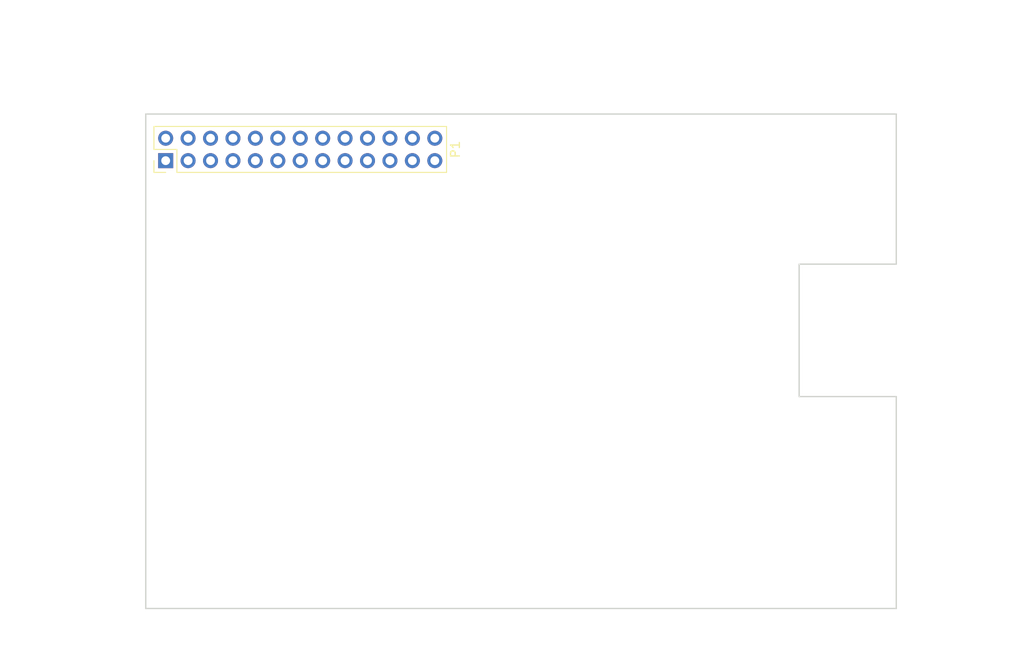
<source format=kicad_pcb>
(kicad_pcb (version 20221018) (generator pcbnew)
  (title_block (date "15 nov 2012"))
  (layers (0 "F.Cu" signal) (31 "B.Cu" signal) (34 "B.Paste" user) (35 "F.Paste" user) (36 "B.SilkS" user "B.Silkscreen") (37 "F.SilkS" user "F.Silkscreen") (38 "B.Mask" user) (39 "F.Mask" user) (44 "Edge.Cuts" user))
  (net 0 "")
  (net 1 "+5V")
  (net 2 "GND")
  (net 3 "+3V3")
  (net 4 "/GPIO0(SDA)")
  (net 5 "Net-(P1-Pad4)")
  (net 6 "/GPIO1(SCL)")
  (net 7 "/GPIO4")
  (net 8 "/TXD")
  (net 9 "Net-(P1-Pad9)")
  (net 10 "/RXD")
  (net 11 "/GPIO17")
  (net 12 "/GPIO18")
  (net 13 "/GPIO21")
  (net 14 "Net-(P1-Pad14)")
  (net 15 "/GPIO22")
  (net 16 "/GPIO23")
  (net 17 "Net-(P1-Pad17)")
  (net 18 "/GPIO24")
  (net 19 "/GPIO10(MOSI)")
  (net 20 "Net-(P1-Pad20)")
  (net 21 "/GPIO9(MISO)")
  (net 22 "/GPIO25")
  (net 23 "/GPIO11(SCLK)")
  (net 24 "/GPIO8(CE0)")
  (net 25 "Net-(P1-Pad25)")
  (net 26 "/GPIO7(CE1)")
  (footprint "Connector_PinHeader_2.54mm:PinHeader_2x13_P2.54mm_Vertical" (layer "F.Cu") (at 145.75536 130.27914 90)
    (fp_text reference "P1" (at 1.27 32.80664 270) (layer "F.SilkS"))
    (fp_text value "CONN_13X2")
    (fp_line (start -1.33 -1.33) (end 0 -1.33) (stroke (width 0.12)) (layer "F.SilkS"))
    (fp_line (start -1.33 0) (end -1.33 -1.33) (stroke (width 0.12)) (layer "F.SilkS"))
    (fp_line (start -1.33 1.27) (end -1.33 31.81) (stroke (width 0.12)) (layer "F.SilkS"))
    (fp_line (start -1.33 1.27) (end 1.27 1.27) (stroke (width 0.12)) (layer "F.SilkS"))
    (fp_line (start -1.33 31.81) (end 3.87 31.81) (stroke (width 0.12)) (layer "F.SilkS"))
    (fp_line (start 1.27 -1.33) (end 3.87 -1.33) (stroke (width 0.12)) (layer "F.SilkS"))
    (fp_line (start 1.27 1.27) (end 1.27 -1.33) (stroke (width 0.12)) (layer "F.SilkS"))
    (fp_line (start 3.87 -1.33) (end 3.87 31.81) (stroke (width 0.12)) (layer "F.SilkS"))
    (pad "1" thru_hole rect locked (at 0 0 90) (size 1.7 1.7) (drill 1) (layers "*.Cu" "*.Mask") (net 3 "+3V3"))
    (pad "2" thru_hole oval locked (at 2.54 0 90) (size 1.7 1.7) (drill 1) (layers "*.Cu" "*.Mask") (net 1 "+5V"))
    (pad "3" thru_hole oval locked (at 0 2.54 90) (size 1.7 1.7) (drill 1) (layers "*.Cu" "*.Mask") (net 4 "/GPIO0(SDA)"))
    (pad "4" thru_hole oval locked (at 2.54 2.54 90) (size 1.7 1.7) (drill 1) (layers "*.Cu" "*.Mask") (net 5 "Net-(P1-Pad4)"))
    (pad "5" thru_hole oval locked (at 0 5.08 90) (size 1.7 1.7) (drill 1) (layers "*.Cu" "*.Mask") (net 6 "/GPIO1(SCL)"))
    (pad "6" thru_hole oval locked (at 2.54 5.08 90) (size 1.7 1.7) (drill 1) (layers "*.Cu" "*.Mask") (net 2 "GND"))
    (pad "7" thru_hole oval locked (at 0 7.62 90) (size 1.7 1.7) (drill 1) (layers "*.Cu" "*.Mask") (net 7 "/GPIO4"))
    (pad "8" thru_hole oval locked (at 2.54 7.62 90) (size 1.7 1.7) (drill 1) (layers "*.Cu" "*.Mask") (net 8 "/TXD"))
    (pad "9" thru_hole oval locked (at 0 10.16 90) (size 1.7 1.7) (drill 1) (layers "*.Cu" "*.Mask") (net 9 "Net-(P1-Pad9)"))
    (pad "10" thru_hole oval locked (at 2.54 10.16 90) (size 1.7 1.7) (drill 1) (layers "*.Cu" "*.Mask") (net 10 "/RXD"))
    (pad "11" thru_hole oval locked (at 0 12.7 90) (size 1.7 1.7) (drill 1) (layers "*.Cu" "*.Mask") (net 11 "/GPIO17"))
    (pad "12" thru_hole oval locked (at 2.54 12.7 90) (size 1.7 1.7) (drill 1) (layers "*.Cu" "*.Mask") (net 12 "/GPIO18"))
    (pad "13" thru_hole oval locked (at 0 15.24 90) (size 1.7 1.7) (drill 1) (layers "*.Cu" "*.Mask") (net 13 "/GPIO21"))
    (pad "14" thru_hole oval locked (at 2.54 15.24 90) (size 1.7 1.7) (drill 1) (layers "*.Cu" "*.Mask") (net 14 "Net-(P1-Pad14)"))
    (pad "15" thru_hole oval locked (at 0 17.78 90) (size 1.7 1.7) (drill 1) (layers "*.Cu" "*.Mask") (net 15 "/GPIO22"))
    (pad "16" thru_hole oval locked (at 2.54 17.78 90) (size 1.7 1.7) (drill 1) (layers "*.Cu" "*.Mask") (net 16 "/GPIO23"))
    (pad "17" thru_hole oval locked (at 0 20.32 90) (size 1.7 1.7) (drill 1) (layers "*.Cu" "*.Mask") (net 17 "Net-(P1-Pad17)"))
    (pad "18" thru_hole oval locked (at 2.54 20.32 90) (size 1.7 1.7) (drill 1) (layers "*.Cu" "*.Mask") (net 18 "/GPIO24"))
    (pad "19" thru_hole oval locked (at 0 22.86 90) (size 1.7 1.7) (drill 1) (layers "*.Cu" "*.Mask") (net 19 "/GPIO10(MOSI)"))
    (pad "20" thru_hole oval locked (at 2.54 22.86 90) (size 1.7 1.7) (drill 1) (layers "*.Cu" "*.Mask") (net 20 "Net-(P1-Pad20)"))
    (pad "21" thru_hole oval locked (at 0 25.4 90) (size 1.7 1.7) (drill 1) (layers "*.Cu" "*.Mask") (net 21 "/GPIO9(MISO)"))
    (pad "22" thru_hole oval locked (at 2.54 25.4 90) (size 1.7 1.7) (drill 1) (layers "*.Cu" "*.Mask") (net 22 "/GPIO25"))
    (pad "23" thru_hole oval locked (at 0 27.94 90) (size 1.7 1.7) (drill 1) (layers "*.Cu" "*.Mask") (net 23 "/GPIO11(SCLK)"))
    (pad "24" thru_hole oval locked (at 2.54 27.94 90) (size 1.7 1.7) (drill 1) (layers "*.Cu" "*.Mask") (net 24 "/GPIO8(CE0)"))
    (pad "25" thru_hole oval locked (at 0 30.48 90) (size 1.7 1.7) (drill 1) (layers "*.Cu" "*.Mask") (net 25 "Net-(P1-Pad25)"))
    (pad "26" thru_hole oval locked (at 2.54 30.48 90) (size 1.7 1.7) (drill 1) (layers "*.Cu" "*.Mask") (net 26 "/GPIO7(CE1)"))
  )
  (gr_line (start 228.5 125) (end 143.5 125) (stroke (width 0.15)) (layer "Edge.Cuts"))
  (gr_line (start 228.5 142) (end 228.5 125) (stroke (width 0.15)) (layer "Edge.Cuts"))
  (gr_line (start 217.5 142) (end 228.5 142) (stroke (width 0.15)) (layer "Edge.Cuts"))
  (gr_line (start 143.5 181) (end 228.5 181) (stroke (width 0.15)) (layer "Edge.Cuts"))
  (gr_line (start 143.5 125) (end 143.5 181) (stroke (width 0.15)) (layer "Edge.Cuts"))
  (gr_line (start 217.5 157) (end 217.5 142) (stroke (width 0.15)) (layer "Edge.Cuts"))
  (gr_line (start 228.5 181) (end 228.5 157) (stroke (width 0.15)) (layer "Edge.Cuts"))
  (gr_line (start 228.5 157) (end 217.5 157) (stroke (width 0.15)) (layer "Edge.Cuts"))
)
</source>
